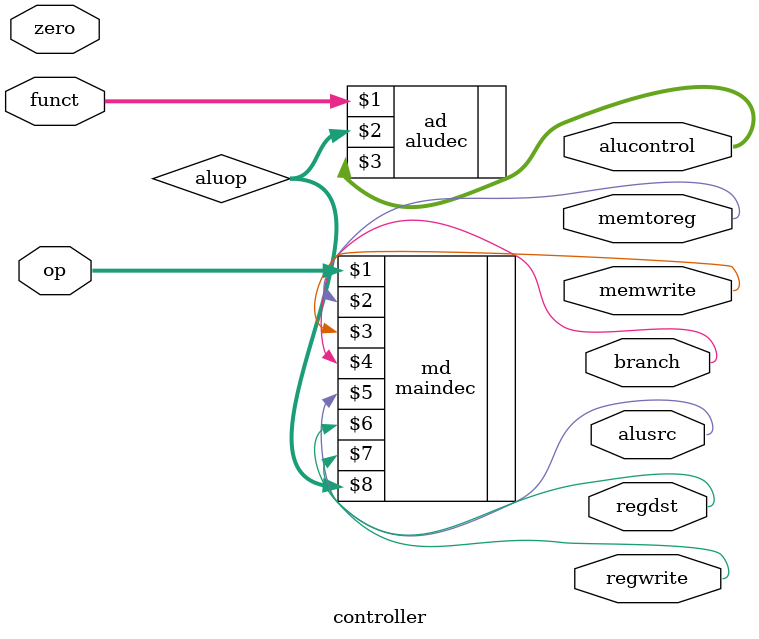
<source format=sv>
module controller(
    input logic [5:0] op, funct,
    input logic zero,
    output logic memtoreg, memwrite,
    output logic branch, alusrc,
    output logic regdst, regwrite,
    output logic [2:0] alucontrol
);

logic [1:0] aluop;

maindec md(op, memtoreg, memwrite, branch, alusrc, regdst, regwrite, aluop);

aludec ad(funct, aluop, alucontrol);

endmodule
</source>
